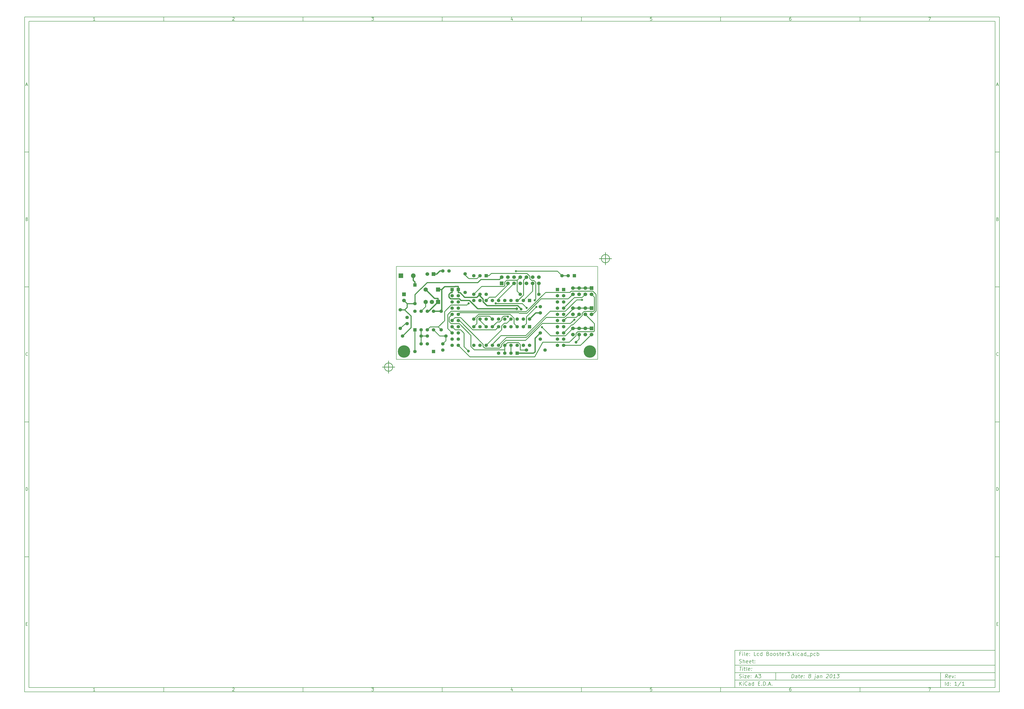
<source format=gbl>
G04 (created by PCBNEW (2012-nov-02)-testing) date Mon 07 Jan 2013 06:01:39 PM PST*
%MOIN*%
G04 Gerber Fmt 3.4, Leading zero omitted, Abs format*
%FSLAX34Y34*%
G01*
G70*
G90*
G04 APERTURE LIST*
%ADD10C,0.006*%
%ADD11C,0.01*%
%ADD12C,0.0059*%
%ADD13R,0.055X0.055*%
%ADD14C,0.055*%
%ADD15R,0.075X0.075*%
%ADD16C,0.075*%
%ADD17R,0.06X0.06*%
%ADD18C,0.06*%
%ADD19C,0.2*%
%ADD20C,0.07*%
%ADD21R,0.07X0.07*%
%ADD22C,0.045*%
%ADD23C,0.035*%
%ADD24C,0.02*%
%ADD25C,0.012*%
%ADD26C,0.015*%
G04 APERTURE END LIST*
G54D10*
X-60000Y55250D02*
X97350Y55250D01*
X97350Y-53680D01*
X-60000Y-53680D01*
X-60000Y55250D01*
X-59300Y54550D02*
X96650Y54550D01*
X96650Y-52980D01*
X-59300Y-52980D01*
X-59300Y54550D01*
X-37530Y55250D02*
X-37530Y54550D01*
X-48617Y54697D02*
X-48902Y54697D01*
X-48760Y54697D02*
X-48760Y55197D01*
X-48807Y55126D01*
X-48855Y55078D01*
X-48902Y55054D01*
X-37530Y-53680D02*
X-37530Y-52980D01*
X-48617Y-53532D02*
X-48902Y-53532D01*
X-48760Y-53532D02*
X-48760Y-53032D01*
X-48807Y-53103D01*
X-48855Y-53151D01*
X-48902Y-53175D01*
X-15060Y55250D02*
X-15060Y54550D01*
X-26432Y55150D02*
X-26409Y55173D01*
X-26361Y55197D01*
X-26242Y55197D01*
X-26194Y55173D01*
X-26170Y55150D01*
X-26147Y55102D01*
X-26147Y55054D01*
X-26170Y54983D01*
X-26456Y54697D01*
X-26147Y54697D01*
X-15060Y-53680D02*
X-15060Y-52980D01*
X-26432Y-53080D02*
X-26409Y-53056D01*
X-26361Y-53032D01*
X-26242Y-53032D01*
X-26194Y-53056D01*
X-26170Y-53080D01*
X-26147Y-53127D01*
X-26147Y-53175D01*
X-26170Y-53246D01*
X-26456Y-53532D01*
X-26147Y-53532D01*
X7410Y55250D02*
X7410Y54550D01*
X-3986Y55197D02*
X-3677Y55197D01*
X-3843Y55007D01*
X-3772Y55007D01*
X-3724Y54983D01*
X-3700Y54959D01*
X-3677Y54911D01*
X-3677Y54792D01*
X-3700Y54745D01*
X-3724Y54721D01*
X-3772Y54697D01*
X-3915Y54697D01*
X-3962Y54721D01*
X-3986Y54745D01*
X7410Y-53680D02*
X7410Y-52980D01*
X-3986Y-53032D02*
X-3677Y-53032D01*
X-3843Y-53222D01*
X-3772Y-53222D01*
X-3724Y-53246D01*
X-3700Y-53270D01*
X-3677Y-53318D01*
X-3677Y-53437D01*
X-3700Y-53484D01*
X-3724Y-53508D01*
X-3772Y-53532D01*
X-3915Y-53532D01*
X-3962Y-53508D01*
X-3986Y-53484D01*
X29880Y55250D02*
X29880Y54550D01*
X18745Y55030D02*
X18745Y54697D01*
X18626Y55221D02*
X18507Y54864D01*
X18816Y54864D01*
X29880Y-53680D02*
X29880Y-52980D01*
X18745Y-53199D02*
X18745Y-53532D01*
X18626Y-53008D02*
X18507Y-53365D01*
X18816Y-53365D01*
X52350Y55250D02*
X52350Y54550D01*
X41239Y55197D02*
X41000Y55197D01*
X40977Y54959D01*
X41000Y54983D01*
X41048Y55007D01*
X41167Y55007D01*
X41215Y54983D01*
X41239Y54959D01*
X41262Y54911D01*
X41262Y54792D01*
X41239Y54745D01*
X41215Y54721D01*
X41167Y54697D01*
X41048Y54697D01*
X41000Y54721D01*
X40977Y54745D01*
X52350Y-53680D02*
X52350Y-52980D01*
X41239Y-53032D02*
X41000Y-53032D01*
X40977Y-53270D01*
X41000Y-53246D01*
X41048Y-53222D01*
X41167Y-53222D01*
X41215Y-53246D01*
X41239Y-53270D01*
X41262Y-53318D01*
X41262Y-53437D01*
X41239Y-53484D01*
X41215Y-53508D01*
X41167Y-53532D01*
X41048Y-53532D01*
X41000Y-53508D01*
X40977Y-53484D01*
X74820Y55250D02*
X74820Y54550D01*
X63685Y55197D02*
X63590Y55197D01*
X63542Y55173D01*
X63518Y55150D01*
X63470Y55078D01*
X63447Y54983D01*
X63447Y54792D01*
X63470Y54745D01*
X63494Y54721D01*
X63542Y54697D01*
X63637Y54697D01*
X63685Y54721D01*
X63709Y54745D01*
X63732Y54792D01*
X63732Y54911D01*
X63709Y54959D01*
X63685Y54983D01*
X63637Y55007D01*
X63542Y55007D01*
X63494Y54983D01*
X63470Y54959D01*
X63447Y54911D01*
X74820Y-53680D02*
X74820Y-52980D01*
X63685Y-53032D02*
X63590Y-53032D01*
X63542Y-53056D01*
X63518Y-53080D01*
X63470Y-53151D01*
X63447Y-53246D01*
X63447Y-53437D01*
X63470Y-53484D01*
X63494Y-53508D01*
X63542Y-53532D01*
X63637Y-53532D01*
X63685Y-53508D01*
X63709Y-53484D01*
X63732Y-53437D01*
X63732Y-53318D01*
X63709Y-53270D01*
X63685Y-53246D01*
X63637Y-53222D01*
X63542Y-53222D01*
X63494Y-53246D01*
X63470Y-53270D01*
X63447Y-53318D01*
X85893Y55197D02*
X86226Y55197D01*
X86012Y54697D01*
X85893Y-53032D02*
X86226Y-53032D01*
X86012Y-53532D01*
X-60000Y33470D02*
X-59300Y33470D01*
X-59769Y44300D02*
X-59530Y44300D01*
X-59816Y44157D02*
X-59649Y44657D01*
X-59483Y44157D01*
X97350Y33470D02*
X96650Y33470D01*
X96880Y44300D02*
X97119Y44300D01*
X96833Y44157D02*
X97000Y44657D01*
X97166Y44157D01*
X-60000Y11690D02*
X-59300Y11690D01*
X-59614Y22639D02*
X-59542Y22615D01*
X-59519Y22591D01*
X-59495Y22544D01*
X-59495Y22472D01*
X-59519Y22425D01*
X-59542Y22401D01*
X-59590Y22377D01*
X-59780Y22377D01*
X-59780Y22877D01*
X-59614Y22877D01*
X-59566Y22853D01*
X-59542Y22830D01*
X-59519Y22782D01*
X-59519Y22734D01*
X-59542Y22687D01*
X-59566Y22663D01*
X-59614Y22639D01*
X-59780Y22639D01*
X97350Y11690D02*
X96650Y11690D01*
X97035Y22639D02*
X97107Y22615D01*
X97130Y22591D01*
X97154Y22544D01*
X97154Y22472D01*
X97130Y22425D01*
X97107Y22401D01*
X97059Y22377D01*
X96869Y22377D01*
X96869Y22877D01*
X97035Y22877D01*
X97083Y22853D01*
X97107Y22830D01*
X97130Y22782D01*
X97130Y22734D01*
X97107Y22687D01*
X97083Y22663D01*
X97035Y22639D01*
X96869Y22639D01*
X-60000Y-10090D02*
X-59300Y-10090D01*
X-59495Y645D02*
X-59519Y621D01*
X-59590Y597D01*
X-59638Y597D01*
X-59709Y621D01*
X-59757Y669D01*
X-59780Y716D01*
X-59804Y811D01*
X-59804Y883D01*
X-59780Y978D01*
X-59757Y1026D01*
X-59709Y1073D01*
X-59638Y1097D01*
X-59590Y1097D01*
X-59519Y1073D01*
X-59495Y1050D01*
X97350Y-10090D02*
X96650Y-10090D01*
X97154Y645D02*
X97130Y621D01*
X97059Y597D01*
X97011Y597D01*
X96940Y621D01*
X96892Y669D01*
X96869Y716D01*
X96845Y811D01*
X96845Y883D01*
X96869Y978D01*
X96892Y1026D01*
X96940Y1073D01*
X97011Y1097D01*
X97059Y1097D01*
X97130Y1073D01*
X97154Y1050D01*
X-60000Y-31870D02*
X-59300Y-31870D01*
X-59780Y-21182D02*
X-59780Y-20682D01*
X-59661Y-20682D01*
X-59590Y-20706D01*
X-59542Y-20753D01*
X-59519Y-20801D01*
X-59495Y-20896D01*
X-59495Y-20968D01*
X-59519Y-21063D01*
X-59542Y-21110D01*
X-59590Y-21158D01*
X-59661Y-21182D01*
X-59780Y-21182D01*
X97350Y-31870D02*
X96650Y-31870D01*
X96869Y-21182D02*
X96869Y-20682D01*
X96988Y-20682D01*
X97059Y-20706D01*
X97107Y-20753D01*
X97130Y-20801D01*
X97154Y-20896D01*
X97154Y-20968D01*
X97130Y-21063D01*
X97107Y-21110D01*
X97059Y-21158D01*
X96988Y-21182D01*
X96869Y-21182D01*
X-59757Y-42700D02*
X-59590Y-42700D01*
X-59519Y-42962D02*
X-59757Y-42962D01*
X-59757Y-42462D01*
X-59519Y-42462D01*
X96892Y-42700D02*
X97059Y-42700D01*
X97130Y-42962D02*
X96892Y-42962D01*
X96892Y-42462D01*
X97130Y-42462D01*
X63800Y-51422D02*
X63875Y-50822D01*
X64017Y-50822D01*
X64100Y-50851D01*
X64150Y-50908D01*
X64171Y-50965D01*
X64185Y-51080D01*
X64175Y-51165D01*
X64132Y-51280D01*
X64096Y-51337D01*
X64032Y-51394D01*
X63942Y-51422D01*
X63800Y-51422D01*
X64657Y-51422D02*
X64696Y-51108D01*
X64675Y-51051D01*
X64621Y-51022D01*
X64507Y-51022D01*
X64446Y-51051D01*
X64660Y-51394D02*
X64600Y-51422D01*
X64457Y-51422D01*
X64403Y-51394D01*
X64382Y-51337D01*
X64389Y-51280D01*
X64425Y-51222D01*
X64485Y-51194D01*
X64628Y-51194D01*
X64689Y-51165D01*
X64907Y-51022D02*
X65135Y-51022D01*
X65017Y-50822D02*
X64953Y-51337D01*
X64975Y-51394D01*
X65028Y-51422D01*
X65085Y-51422D01*
X65517Y-51394D02*
X65457Y-51422D01*
X65342Y-51422D01*
X65289Y-51394D01*
X65267Y-51337D01*
X65296Y-51108D01*
X65332Y-51051D01*
X65392Y-51022D01*
X65507Y-51022D01*
X65560Y-51051D01*
X65582Y-51108D01*
X65575Y-51165D01*
X65282Y-51222D01*
X65807Y-51365D02*
X65832Y-51394D01*
X65800Y-51422D01*
X65775Y-51394D01*
X65807Y-51365D01*
X65800Y-51422D01*
X65846Y-51051D02*
X65871Y-51080D01*
X65839Y-51108D01*
X65814Y-51080D01*
X65846Y-51051D01*
X65839Y-51108D01*
X66671Y-51080D02*
X66617Y-51051D01*
X66592Y-51022D01*
X66571Y-50965D01*
X66575Y-50937D01*
X66610Y-50880D01*
X66642Y-50851D01*
X66703Y-50822D01*
X66817Y-50822D01*
X66871Y-50851D01*
X66896Y-50880D01*
X66917Y-50937D01*
X66914Y-50965D01*
X66878Y-51022D01*
X66846Y-51051D01*
X66785Y-51080D01*
X66671Y-51080D01*
X66610Y-51108D01*
X66578Y-51137D01*
X66542Y-51194D01*
X66528Y-51308D01*
X66550Y-51365D01*
X66575Y-51394D01*
X66628Y-51422D01*
X66742Y-51422D01*
X66803Y-51394D01*
X66835Y-51365D01*
X66871Y-51308D01*
X66885Y-51194D01*
X66864Y-51137D01*
X66839Y-51108D01*
X66785Y-51080D01*
X67621Y-51022D02*
X67557Y-51537D01*
X67521Y-51594D01*
X67460Y-51622D01*
X67432Y-51622D01*
X67646Y-50822D02*
X67614Y-50851D01*
X67639Y-50880D01*
X67671Y-50851D01*
X67646Y-50822D01*
X67639Y-50880D01*
X68114Y-51422D02*
X68153Y-51108D01*
X68132Y-51051D01*
X68078Y-51022D01*
X67964Y-51022D01*
X67903Y-51051D01*
X68117Y-51394D02*
X68057Y-51422D01*
X67914Y-51422D01*
X67860Y-51394D01*
X67839Y-51337D01*
X67846Y-51280D01*
X67882Y-51222D01*
X67942Y-51194D01*
X68085Y-51194D01*
X68146Y-51165D01*
X68450Y-51022D02*
X68400Y-51422D01*
X68442Y-51080D02*
X68475Y-51051D01*
X68535Y-51022D01*
X68621Y-51022D01*
X68675Y-51051D01*
X68696Y-51108D01*
X68657Y-51422D01*
X69439Y-50880D02*
X69471Y-50851D01*
X69532Y-50822D01*
X69675Y-50822D01*
X69728Y-50851D01*
X69753Y-50880D01*
X69775Y-50937D01*
X69767Y-50994D01*
X69728Y-51080D01*
X69342Y-51422D01*
X69714Y-51422D01*
X70160Y-50822D02*
X70217Y-50822D01*
X70271Y-50851D01*
X70296Y-50880D01*
X70317Y-50937D01*
X70332Y-51051D01*
X70314Y-51194D01*
X70271Y-51308D01*
X70235Y-51365D01*
X70203Y-51394D01*
X70142Y-51422D01*
X70085Y-51422D01*
X70032Y-51394D01*
X70007Y-51365D01*
X69985Y-51308D01*
X69971Y-51194D01*
X69989Y-51051D01*
X70032Y-50937D01*
X70067Y-50880D01*
X70100Y-50851D01*
X70160Y-50822D01*
X70857Y-51422D02*
X70514Y-51422D01*
X70685Y-51422D02*
X70760Y-50822D01*
X70692Y-50908D01*
X70628Y-50965D01*
X70567Y-50994D01*
X71132Y-50822D02*
X71503Y-50822D01*
X71275Y-51051D01*
X71360Y-51051D01*
X71414Y-51080D01*
X71439Y-51108D01*
X71460Y-51165D01*
X71442Y-51308D01*
X71407Y-51365D01*
X71375Y-51394D01*
X71314Y-51422D01*
X71142Y-51422D01*
X71089Y-51394D01*
X71064Y-51365D01*
X55392Y-52622D02*
X55392Y-52022D01*
X55735Y-52622D02*
X55478Y-52280D01*
X55735Y-52022D02*
X55392Y-52365D01*
X55992Y-52622D02*
X55992Y-52222D01*
X55992Y-52022D02*
X55964Y-52051D01*
X55992Y-52080D01*
X56021Y-52051D01*
X55992Y-52022D01*
X55992Y-52080D01*
X56621Y-52565D02*
X56592Y-52594D01*
X56507Y-52622D01*
X56450Y-52622D01*
X56364Y-52594D01*
X56307Y-52537D01*
X56278Y-52480D01*
X56250Y-52365D01*
X56250Y-52280D01*
X56278Y-52165D01*
X56307Y-52108D01*
X56364Y-52051D01*
X56450Y-52022D01*
X56507Y-52022D01*
X56592Y-52051D01*
X56621Y-52080D01*
X57135Y-52622D02*
X57135Y-52308D01*
X57107Y-52251D01*
X57050Y-52222D01*
X56935Y-52222D01*
X56878Y-52251D01*
X57135Y-52594D02*
X57078Y-52622D01*
X56935Y-52622D01*
X56878Y-52594D01*
X56850Y-52537D01*
X56850Y-52480D01*
X56878Y-52422D01*
X56935Y-52394D01*
X57078Y-52394D01*
X57135Y-52365D01*
X57678Y-52622D02*
X57678Y-52022D01*
X57678Y-52594D02*
X57621Y-52622D01*
X57507Y-52622D01*
X57450Y-52594D01*
X57421Y-52565D01*
X57392Y-52508D01*
X57392Y-52337D01*
X57421Y-52280D01*
X57450Y-52251D01*
X57507Y-52222D01*
X57621Y-52222D01*
X57678Y-52251D01*
X58421Y-52308D02*
X58621Y-52308D01*
X58707Y-52622D02*
X58421Y-52622D01*
X58421Y-52022D01*
X58707Y-52022D01*
X58964Y-52565D02*
X58992Y-52594D01*
X58964Y-52622D01*
X58935Y-52594D01*
X58964Y-52565D01*
X58964Y-52622D01*
X59249Y-52622D02*
X59249Y-52022D01*
X59392Y-52022D01*
X59478Y-52051D01*
X59535Y-52108D01*
X59564Y-52165D01*
X59592Y-52280D01*
X59592Y-52365D01*
X59564Y-52480D01*
X59535Y-52537D01*
X59478Y-52594D01*
X59392Y-52622D01*
X59249Y-52622D01*
X59849Y-52565D02*
X59878Y-52594D01*
X59849Y-52622D01*
X59821Y-52594D01*
X59849Y-52565D01*
X59849Y-52622D01*
X60107Y-52451D02*
X60392Y-52451D01*
X60049Y-52622D02*
X60249Y-52022D01*
X60449Y-52622D01*
X60649Y-52565D02*
X60678Y-52594D01*
X60649Y-52622D01*
X60621Y-52594D01*
X60649Y-52565D01*
X60649Y-52622D01*
X88942Y-51422D02*
X88778Y-51137D01*
X88600Y-51422D02*
X88675Y-50822D01*
X88903Y-50822D01*
X88957Y-50851D01*
X88982Y-50880D01*
X89003Y-50937D01*
X88992Y-51022D01*
X88957Y-51080D01*
X88925Y-51108D01*
X88864Y-51137D01*
X88635Y-51137D01*
X89432Y-51394D02*
X89371Y-51422D01*
X89257Y-51422D01*
X89203Y-51394D01*
X89182Y-51337D01*
X89210Y-51108D01*
X89246Y-51051D01*
X89307Y-51022D01*
X89421Y-51022D01*
X89475Y-51051D01*
X89496Y-51108D01*
X89489Y-51165D01*
X89196Y-51222D01*
X89707Y-51022D02*
X89800Y-51422D01*
X89992Y-51022D01*
X90178Y-51365D02*
X90203Y-51394D01*
X90171Y-51422D01*
X90146Y-51394D01*
X90178Y-51365D01*
X90171Y-51422D01*
X90217Y-51051D02*
X90242Y-51080D01*
X90210Y-51108D01*
X90185Y-51080D01*
X90217Y-51051D01*
X90210Y-51108D01*
X55364Y-51394D02*
X55450Y-51422D01*
X55592Y-51422D01*
X55650Y-51394D01*
X55678Y-51365D01*
X55707Y-51308D01*
X55707Y-51251D01*
X55678Y-51194D01*
X55650Y-51165D01*
X55592Y-51137D01*
X55478Y-51108D01*
X55421Y-51080D01*
X55392Y-51051D01*
X55364Y-50994D01*
X55364Y-50937D01*
X55392Y-50880D01*
X55421Y-50851D01*
X55478Y-50822D01*
X55621Y-50822D01*
X55707Y-50851D01*
X55964Y-51422D02*
X55964Y-51022D01*
X55964Y-50822D02*
X55935Y-50851D01*
X55964Y-50880D01*
X55992Y-50851D01*
X55964Y-50822D01*
X55964Y-50880D01*
X56192Y-51022D02*
X56507Y-51022D01*
X56192Y-51422D01*
X56507Y-51422D01*
X56964Y-51394D02*
X56907Y-51422D01*
X56792Y-51422D01*
X56735Y-51394D01*
X56707Y-51337D01*
X56707Y-51108D01*
X56735Y-51051D01*
X56792Y-51022D01*
X56907Y-51022D01*
X56964Y-51051D01*
X56992Y-51108D01*
X56992Y-51165D01*
X56707Y-51222D01*
X57250Y-51365D02*
X57278Y-51394D01*
X57250Y-51422D01*
X57221Y-51394D01*
X57250Y-51365D01*
X57250Y-51422D01*
X57250Y-51051D02*
X57278Y-51080D01*
X57250Y-51108D01*
X57221Y-51080D01*
X57250Y-51051D01*
X57250Y-51108D01*
X57964Y-51251D02*
X58250Y-51251D01*
X57907Y-51422D02*
X58107Y-50822D01*
X58307Y-51422D01*
X58450Y-50822D02*
X58821Y-50822D01*
X58621Y-51051D01*
X58707Y-51051D01*
X58764Y-51080D01*
X58792Y-51108D01*
X58821Y-51165D01*
X58821Y-51308D01*
X58792Y-51365D01*
X58764Y-51394D01*
X58707Y-51422D01*
X58535Y-51422D01*
X58478Y-51394D01*
X58450Y-51365D01*
X88592Y-52622D02*
X88592Y-52022D01*
X89135Y-52622D02*
X89135Y-52022D01*
X89135Y-52594D02*
X89078Y-52622D01*
X88964Y-52622D01*
X88907Y-52594D01*
X88878Y-52565D01*
X88850Y-52508D01*
X88850Y-52337D01*
X88878Y-52280D01*
X88907Y-52251D01*
X88964Y-52222D01*
X89078Y-52222D01*
X89135Y-52251D01*
X89421Y-52565D02*
X89450Y-52594D01*
X89421Y-52622D01*
X89392Y-52594D01*
X89421Y-52565D01*
X89421Y-52622D01*
X89421Y-52251D02*
X89450Y-52280D01*
X89421Y-52308D01*
X89392Y-52280D01*
X89421Y-52251D01*
X89421Y-52308D01*
X90478Y-52622D02*
X90135Y-52622D01*
X90307Y-52622D02*
X90307Y-52022D01*
X90249Y-52108D01*
X90192Y-52165D01*
X90135Y-52194D01*
X91164Y-51994D02*
X90650Y-52765D01*
X91678Y-52622D02*
X91335Y-52622D01*
X91507Y-52622D02*
X91507Y-52022D01*
X91449Y-52108D01*
X91392Y-52165D01*
X91335Y-52194D01*
X55389Y-49622D02*
X55732Y-49622D01*
X55485Y-50222D02*
X55560Y-49622D01*
X55857Y-50222D02*
X55907Y-49822D01*
X55932Y-49622D02*
X55900Y-49651D01*
X55925Y-49680D01*
X55957Y-49651D01*
X55932Y-49622D01*
X55925Y-49680D01*
X56107Y-49822D02*
X56335Y-49822D01*
X56217Y-49622D02*
X56153Y-50137D01*
X56175Y-50194D01*
X56228Y-50222D01*
X56285Y-50222D01*
X56571Y-50222D02*
X56517Y-50194D01*
X56496Y-50137D01*
X56560Y-49622D01*
X57032Y-50194D02*
X56971Y-50222D01*
X56857Y-50222D01*
X56803Y-50194D01*
X56782Y-50137D01*
X56810Y-49908D01*
X56846Y-49851D01*
X56907Y-49822D01*
X57021Y-49822D01*
X57075Y-49851D01*
X57096Y-49908D01*
X57089Y-49965D01*
X56796Y-50022D01*
X57321Y-50165D02*
X57346Y-50194D01*
X57314Y-50222D01*
X57289Y-50194D01*
X57321Y-50165D01*
X57314Y-50222D01*
X57360Y-49851D02*
X57385Y-49880D01*
X57353Y-49908D01*
X57328Y-49880D01*
X57360Y-49851D01*
X57353Y-49908D01*
X55592Y-47508D02*
X55392Y-47508D01*
X55392Y-47822D02*
X55392Y-47222D01*
X55678Y-47222D01*
X55907Y-47822D02*
X55907Y-47422D01*
X55907Y-47222D02*
X55878Y-47251D01*
X55907Y-47280D01*
X55935Y-47251D01*
X55907Y-47222D01*
X55907Y-47280D01*
X56278Y-47822D02*
X56221Y-47794D01*
X56192Y-47737D01*
X56192Y-47222D01*
X56735Y-47794D02*
X56678Y-47822D01*
X56564Y-47822D01*
X56507Y-47794D01*
X56478Y-47737D01*
X56478Y-47508D01*
X56507Y-47451D01*
X56564Y-47422D01*
X56678Y-47422D01*
X56735Y-47451D01*
X56764Y-47508D01*
X56764Y-47565D01*
X56478Y-47622D01*
X57021Y-47765D02*
X57050Y-47794D01*
X57021Y-47822D01*
X56992Y-47794D01*
X57021Y-47765D01*
X57021Y-47822D01*
X57021Y-47451D02*
X57050Y-47480D01*
X57021Y-47508D01*
X56992Y-47480D01*
X57021Y-47451D01*
X57021Y-47508D01*
X58050Y-47822D02*
X57764Y-47822D01*
X57764Y-47222D01*
X58507Y-47794D02*
X58450Y-47822D01*
X58335Y-47822D01*
X58278Y-47794D01*
X58250Y-47765D01*
X58221Y-47708D01*
X58221Y-47537D01*
X58250Y-47480D01*
X58278Y-47451D01*
X58335Y-47422D01*
X58450Y-47422D01*
X58507Y-47451D01*
X59021Y-47822D02*
X59021Y-47222D01*
X59021Y-47794D02*
X58964Y-47822D01*
X58850Y-47822D01*
X58792Y-47794D01*
X58764Y-47765D01*
X58735Y-47708D01*
X58735Y-47537D01*
X58764Y-47480D01*
X58792Y-47451D01*
X58850Y-47422D01*
X58964Y-47422D01*
X59021Y-47451D01*
X59964Y-47508D02*
X60050Y-47537D01*
X60078Y-47565D01*
X60107Y-47622D01*
X60107Y-47708D01*
X60078Y-47765D01*
X60050Y-47794D01*
X59992Y-47822D01*
X59764Y-47822D01*
X59764Y-47222D01*
X59964Y-47222D01*
X60021Y-47251D01*
X60050Y-47280D01*
X60078Y-47337D01*
X60078Y-47394D01*
X60050Y-47451D01*
X60021Y-47480D01*
X59964Y-47508D01*
X59764Y-47508D01*
X60450Y-47822D02*
X60392Y-47794D01*
X60364Y-47765D01*
X60335Y-47708D01*
X60335Y-47537D01*
X60364Y-47480D01*
X60392Y-47451D01*
X60450Y-47422D01*
X60535Y-47422D01*
X60592Y-47451D01*
X60621Y-47480D01*
X60650Y-47537D01*
X60650Y-47708D01*
X60621Y-47765D01*
X60592Y-47794D01*
X60535Y-47822D01*
X60450Y-47822D01*
X60992Y-47822D02*
X60935Y-47794D01*
X60907Y-47765D01*
X60878Y-47708D01*
X60878Y-47537D01*
X60907Y-47480D01*
X60935Y-47451D01*
X60992Y-47422D01*
X61078Y-47422D01*
X61135Y-47451D01*
X61164Y-47480D01*
X61192Y-47537D01*
X61192Y-47708D01*
X61164Y-47765D01*
X61135Y-47794D01*
X61078Y-47822D01*
X60992Y-47822D01*
X61421Y-47794D02*
X61478Y-47822D01*
X61592Y-47822D01*
X61650Y-47794D01*
X61678Y-47737D01*
X61678Y-47708D01*
X61650Y-47651D01*
X61592Y-47622D01*
X61507Y-47622D01*
X61450Y-47594D01*
X61421Y-47537D01*
X61421Y-47508D01*
X61450Y-47451D01*
X61507Y-47422D01*
X61592Y-47422D01*
X61650Y-47451D01*
X61850Y-47422D02*
X62078Y-47422D01*
X61935Y-47222D02*
X61935Y-47737D01*
X61964Y-47794D01*
X62021Y-47822D01*
X62078Y-47822D01*
X62507Y-47794D02*
X62450Y-47822D01*
X62335Y-47822D01*
X62278Y-47794D01*
X62250Y-47737D01*
X62250Y-47508D01*
X62278Y-47451D01*
X62335Y-47422D01*
X62450Y-47422D01*
X62507Y-47451D01*
X62535Y-47508D01*
X62535Y-47565D01*
X62250Y-47622D01*
X62792Y-47822D02*
X62792Y-47422D01*
X62792Y-47537D02*
X62821Y-47480D01*
X62850Y-47451D01*
X62907Y-47422D01*
X62964Y-47422D01*
X63107Y-47222D02*
X63478Y-47222D01*
X63278Y-47451D01*
X63364Y-47451D01*
X63421Y-47480D01*
X63450Y-47508D01*
X63478Y-47565D01*
X63478Y-47708D01*
X63450Y-47765D01*
X63421Y-47794D01*
X63364Y-47822D01*
X63192Y-47822D01*
X63135Y-47794D01*
X63107Y-47765D01*
X63735Y-47765D02*
X63764Y-47794D01*
X63735Y-47822D01*
X63707Y-47794D01*
X63735Y-47765D01*
X63735Y-47822D01*
X64021Y-47822D02*
X64021Y-47222D01*
X64078Y-47594D02*
X64250Y-47822D01*
X64250Y-47422D02*
X64021Y-47651D01*
X64507Y-47822D02*
X64507Y-47422D01*
X64507Y-47222D02*
X64478Y-47251D01*
X64507Y-47280D01*
X64535Y-47251D01*
X64507Y-47222D01*
X64507Y-47280D01*
X65050Y-47794D02*
X64992Y-47822D01*
X64878Y-47822D01*
X64821Y-47794D01*
X64792Y-47765D01*
X64764Y-47708D01*
X64764Y-47537D01*
X64792Y-47480D01*
X64821Y-47451D01*
X64878Y-47422D01*
X64992Y-47422D01*
X65050Y-47451D01*
X65564Y-47822D02*
X65564Y-47508D01*
X65535Y-47451D01*
X65478Y-47422D01*
X65364Y-47422D01*
X65307Y-47451D01*
X65564Y-47794D02*
X65507Y-47822D01*
X65364Y-47822D01*
X65307Y-47794D01*
X65278Y-47737D01*
X65278Y-47680D01*
X65307Y-47622D01*
X65364Y-47594D01*
X65507Y-47594D01*
X65564Y-47565D01*
X66107Y-47822D02*
X66107Y-47222D01*
X66107Y-47794D02*
X66050Y-47822D01*
X65935Y-47822D01*
X65878Y-47794D01*
X65850Y-47765D01*
X65821Y-47708D01*
X65821Y-47537D01*
X65850Y-47480D01*
X65878Y-47451D01*
X65935Y-47422D01*
X66050Y-47422D01*
X66107Y-47451D01*
X66250Y-47880D02*
X66707Y-47880D01*
X66850Y-47422D02*
X66850Y-48022D01*
X66850Y-47451D02*
X66907Y-47422D01*
X67021Y-47422D01*
X67078Y-47451D01*
X67107Y-47480D01*
X67135Y-47537D01*
X67135Y-47708D01*
X67107Y-47765D01*
X67078Y-47794D01*
X67021Y-47822D01*
X66907Y-47822D01*
X66850Y-47794D01*
X67650Y-47794D02*
X67592Y-47822D01*
X67478Y-47822D01*
X67421Y-47794D01*
X67392Y-47765D01*
X67364Y-47708D01*
X67364Y-47537D01*
X67392Y-47480D01*
X67421Y-47451D01*
X67478Y-47422D01*
X67592Y-47422D01*
X67650Y-47451D01*
X67907Y-47822D02*
X67907Y-47222D01*
X67907Y-47451D02*
X67964Y-47422D01*
X68078Y-47422D01*
X68135Y-47451D01*
X68164Y-47480D01*
X68192Y-47537D01*
X68192Y-47708D01*
X68164Y-47765D01*
X68135Y-47794D01*
X68078Y-47822D01*
X67964Y-47822D01*
X67907Y-47794D01*
X55364Y-48994D02*
X55450Y-49022D01*
X55592Y-49022D01*
X55650Y-48994D01*
X55678Y-48965D01*
X55707Y-48908D01*
X55707Y-48851D01*
X55678Y-48794D01*
X55650Y-48765D01*
X55592Y-48737D01*
X55478Y-48708D01*
X55421Y-48680D01*
X55392Y-48651D01*
X55364Y-48594D01*
X55364Y-48537D01*
X55392Y-48480D01*
X55421Y-48451D01*
X55478Y-48422D01*
X55621Y-48422D01*
X55707Y-48451D01*
X55964Y-49022D02*
X55964Y-48422D01*
X56221Y-49022D02*
X56221Y-48708D01*
X56192Y-48651D01*
X56135Y-48622D01*
X56050Y-48622D01*
X55992Y-48651D01*
X55964Y-48680D01*
X56735Y-48994D02*
X56678Y-49022D01*
X56564Y-49022D01*
X56507Y-48994D01*
X56478Y-48937D01*
X56478Y-48708D01*
X56507Y-48651D01*
X56564Y-48622D01*
X56678Y-48622D01*
X56735Y-48651D01*
X56764Y-48708D01*
X56764Y-48765D01*
X56478Y-48822D01*
X57250Y-48994D02*
X57192Y-49022D01*
X57078Y-49022D01*
X57021Y-48994D01*
X56992Y-48937D01*
X56992Y-48708D01*
X57021Y-48651D01*
X57078Y-48622D01*
X57192Y-48622D01*
X57250Y-48651D01*
X57278Y-48708D01*
X57278Y-48765D01*
X56992Y-48822D01*
X57450Y-48622D02*
X57678Y-48622D01*
X57535Y-48422D02*
X57535Y-48937D01*
X57564Y-48994D01*
X57621Y-49022D01*
X57678Y-49022D01*
X57878Y-48965D02*
X57907Y-48994D01*
X57878Y-49022D01*
X57850Y-48994D01*
X57878Y-48965D01*
X57878Y-49022D01*
X57878Y-48651D02*
X57907Y-48680D01*
X57878Y-48708D01*
X57850Y-48680D01*
X57878Y-48651D01*
X57878Y-48708D01*
X54650Y-46980D02*
X54650Y-52980D01*
X54650Y-46980D02*
X96650Y-46980D01*
X54650Y-46980D02*
X96650Y-46980D01*
X54650Y-49380D02*
X96650Y-49380D01*
X87850Y-50580D02*
X87850Y-52980D01*
X54650Y-51780D02*
X96650Y-51780D01*
X54650Y-50580D02*
X96650Y-50580D01*
X61250Y-50580D02*
X61250Y-51780D01*
G54D11*
X34416Y16250D02*
G75*
G03X34416Y16250I-666J0D01*
G74*
G01*
X32750Y16250D02*
X34750Y16250D01*
X33750Y17250D02*
X33750Y15250D01*
X-583Y-1250D02*
G75*
G03X-583Y-1250I-666J0D01*
G74*
G01*
X-2250Y-1250D02*
X-250Y-1250D01*
X-1250Y-250D02*
X-1250Y-2250D01*
G54D12*
X32500Y0D02*
X0Y0D01*
X0Y0D02*
X0Y15000D01*
X32500Y15000D02*
X32500Y0D01*
X0Y15000D02*
X32500Y15000D01*
G54D13*
X27000Y11250D03*
G54D14*
X27000Y10250D03*
X27000Y9250D03*
X27000Y8250D03*
X27000Y7250D03*
X27000Y6250D03*
X27000Y5250D03*
X27000Y4250D03*
X27000Y3250D03*
X27000Y2250D03*
G54D13*
X26000Y11250D03*
G54D14*
X26000Y10250D03*
X26000Y9250D03*
X26000Y8250D03*
X26000Y7250D03*
X26000Y6250D03*
X26000Y5250D03*
X26000Y4250D03*
X26000Y3250D03*
X26000Y2250D03*
G54D13*
X10000Y11250D03*
G54D14*
X10000Y10250D03*
X10000Y9250D03*
X10000Y8250D03*
X10000Y7250D03*
X10000Y6250D03*
X10000Y5250D03*
X10000Y4250D03*
X10000Y3250D03*
X10000Y2250D03*
G54D13*
X9000Y11250D03*
G54D14*
X9000Y10250D03*
X9000Y9250D03*
X9000Y8250D03*
X9000Y7250D03*
X9000Y6250D03*
X9000Y5250D03*
X9000Y4250D03*
X9000Y3250D03*
X9000Y2250D03*
G54D13*
X28750Y13500D03*
G54D14*
X27750Y13500D03*
X26750Y13500D03*
G54D15*
X750Y13500D03*
G54D16*
X2750Y13500D03*
G54D13*
X3000Y4750D03*
G54D14*
X4000Y4750D03*
X5000Y4750D03*
X6000Y4750D03*
X6000Y7750D03*
X5000Y7750D03*
X4000Y7750D03*
X3000Y7750D03*
G54D13*
X21500Y5250D03*
G54D14*
X20500Y5250D03*
X19500Y5250D03*
X18500Y5250D03*
X17500Y5250D03*
X16500Y5250D03*
X15500Y5250D03*
X14500Y5250D03*
X13500Y5250D03*
X12500Y5250D03*
X12500Y2250D03*
X13500Y2250D03*
X14500Y2250D03*
X15500Y2250D03*
X16500Y2250D03*
X17500Y2250D03*
X18500Y2250D03*
X19500Y2250D03*
X20500Y2250D03*
X21500Y2250D03*
G54D13*
X21500Y9500D03*
G54D14*
X20500Y9500D03*
X19500Y9500D03*
X18500Y9500D03*
X17500Y9500D03*
X16500Y9500D03*
X15500Y9500D03*
X14500Y9500D03*
X13500Y9500D03*
X12500Y9500D03*
X12500Y6500D03*
X13500Y6500D03*
X14500Y6500D03*
X15500Y6500D03*
X16500Y6500D03*
X17500Y6500D03*
X18500Y6500D03*
X19500Y6500D03*
X20500Y6500D03*
X21500Y6500D03*
G54D13*
X3000Y12000D03*
G54D14*
X3000Y9000D03*
G54D13*
X14500Y13500D03*
G54D14*
X13500Y13500D03*
X12500Y13500D03*
X12500Y10500D03*
X13500Y10500D03*
X14500Y10500D03*
G54D17*
X1250Y10500D03*
G54D18*
X1250Y9500D03*
G54D14*
X4000Y2500D03*
X5000Y2500D03*
G54D13*
X6000Y1250D03*
G54D14*
X3000Y1250D03*
X1750Y6750D03*
X1750Y5750D03*
G54D19*
X31250Y1250D03*
G54D20*
X4750Y11250D03*
G54D21*
X6750Y11250D03*
G54D14*
X7500Y2500D03*
X7500Y1500D03*
X7500Y14250D03*
X8500Y14250D03*
X23250Y3250D03*
X23250Y4250D03*
X23250Y7500D03*
X23250Y8500D03*
G54D19*
X1250Y1250D03*
G54D17*
X17000Y12250D03*
G54D18*
X17000Y13250D03*
X18000Y12250D03*
X18000Y13250D03*
X19000Y12250D03*
X19000Y13250D03*
X20000Y12250D03*
X20000Y13250D03*
X21000Y12250D03*
X21000Y13250D03*
X22000Y12250D03*
X22000Y13250D03*
X23000Y12250D03*
X23000Y13250D03*
G54D17*
X6000Y13750D03*
G54D18*
X5000Y13750D03*
G54D17*
X31500Y8250D03*
G54D18*
X31500Y7250D03*
X30500Y8250D03*
X30500Y7250D03*
X29500Y8250D03*
X29500Y7250D03*
X28500Y8250D03*
X28500Y7250D03*
G54D17*
X31500Y11500D03*
G54D18*
X31500Y10500D03*
X30500Y11500D03*
X30500Y10500D03*
X29500Y11500D03*
X29500Y10500D03*
X28500Y11500D03*
X28500Y10500D03*
G54D17*
X31500Y5000D03*
G54D18*
X31500Y4000D03*
X30500Y5000D03*
X30500Y4000D03*
X29500Y5000D03*
X29500Y4000D03*
X28500Y5000D03*
X28500Y4000D03*
G54D14*
X650Y8000D03*
X650Y5000D03*
X20000Y10500D03*
X23000Y10500D03*
X21000Y1500D03*
X24000Y1500D03*
X11100Y13800D03*
X11100Y10800D03*
X1000Y3750D03*
X4000Y3750D03*
X8000Y3750D03*
X5000Y3750D03*
X7250Y4750D03*
X7250Y7750D03*
G54D13*
X19500Y1000D03*
G54D14*
X18500Y1000D03*
X17500Y1000D03*
X16500Y1000D03*
G54D20*
X4750Y9250D03*
X5750Y9250D03*
G54D21*
X6750Y9250D03*
G54D22*
X19437Y8174D03*
X20151Y8096D03*
G54D23*
X22328Y9545D03*
X22587Y8449D03*
X23504Y5196D03*
X18000Y6911D03*
X29980Y9609D03*
X11683Y9044D03*
G54D22*
X11626Y1340D03*
X29000Y2750D03*
G54D23*
X21050Y8286D03*
X16018Y9045D03*
X28724Y6407D03*
X19299Y14237D03*
G54D24*
X22150Y1000D02*
X19500Y1000D01*
X22405Y1205D02*
X22150Y1000D01*
X22405Y3405D02*
X22405Y1205D01*
X23250Y4250D02*
X22405Y3405D01*
X9000Y11250D02*
X9000Y10754D01*
X13124Y8174D02*
X19437Y8174D01*
X11789Y9509D02*
X13124Y8174D01*
X10440Y9509D02*
X11789Y9509D01*
X10200Y9750D02*
X10440Y9509D01*
X8776Y9750D02*
X10200Y9750D01*
X8504Y10021D02*
X8776Y9750D01*
X8504Y10476D02*
X8504Y10021D01*
X8783Y10754D02*
X8504Y10476D01*
X9000Y10754D02*
X8783Y10754D01*
X6750Y11250D02*
X7320Y11250D01*
X7020Y14250D02*
X6520Y13750D01*
X7500Y14250D02*
X7020Y14250D01*
X6000Y13750D02*
X6520Y13750D01*
X10000Y11250D02*
X10000Y11750D01*
X9550Y11750D02*
X10000Y11750D01*
X9381Y11745D02*
X9550Y11750D01*
X7815Y11745D02*
X9381Y11745D01*
X7320Y11250D02*
X7815Y11745D01*
X10000Y11250D02*
X10000Y10754D01*
X22500Y7500D02*
X23250Y7500D01*
X21500Y6500D02*
X22500Y7500D01*
X7320Y7820D02*
X7250Y7750D01*
X7320Y11250D02*
X7320Y7820D01*
X7250Y7750D02*
X6000Y7750D01*
X13004Y10004D02*
X13368Y10368D01*
X11042Y10004D02*
X13004Y10004D01*
X10292Y10754D02*
X11042Y10004D01*
X10000Y10754D02*
X10292Y10754D01*
X13368Y10368D02*
X13500Y10500D01*
X19598Y8649D02*
X20151Y8096D01*
X14646Y8649D02*
X19598Y8649D01*
X14000Y9295D02*
X14646Y8649D01*
X14000Y9736D02*
X14000Y9295D01*
X13368Y10368D02*
X14000Y9736D01*
G54D25*
X20000Y13250D02*
X19500Y12750D01*
X19500Y11000D02*
X20000Y10500D01*
X19500Y12750D02*
X19500Y11000D01*
X13761Y11761D02*
X12500Y10500D01*
X17383Y11761D02*
X13761Y11761D01*
X17504Y11881D02*
X17383Y11761D01*
X17504Y12458D02*
X17504Y11881D01*
X17795Y12750D02*
X17504Y12458D01*
X19500Y12750D02*
X17795Y12750D01*
X9468Y6718D02*
X9000Y6250D01*
X10385Y6718D02*
X9468Y6718D01*
X12325Y4778D02*
X10385Y6718D01*
X16028Y4778D02*
X12325Y4778D01*
X16500Y5250D02*
X16028Y4778D01*
X20519Y12769D02*
X21000Y13250D01*
X20519Y10373D02*
X20519Y12769D01*
X19646Y9500D02*
X20519Y10373D01*
X19500Y9500D02*
X19646Y9500D01*
X13500Y6250D02*
X14500Y5250D01*
X13500Y6500D02*
X13500Y6250D01*
X15044Y10044D02*
X14500Y9500D01*
X16007Y10044D02*
X15044Y10044D01*
X18000Y12036D02*
X16007Y10044D01*
X18000Y12250D02*
X18000Y12036D01*
X13000Y5750D02*
X12500Y5250D01*
X13000Y6660D02*
X13000Y5750D01*
X13313Y6973D02*
X13000Y6660D01*
X15026Y6973D02*
X13313Y6973D01*
X15500Y6500D02*
X15026Y6973D01*
X16500Y9750D02*
X16500Y9500D01*
X19000Y12250D02*
X16500Y9750D01*
X22000Y11000D02*
X20500Y9500D01*
X22000Y12250D02*
X22000Y11000D01*
X14500Y13500D02*
X14955Y13500D01*
X21000Y6861D02*
X22587Y8449D01*
X21000Y5750D02*
X21000Y6861D01*
X20500Y5250D02*
X21000Y5750D01*
X15333Y13878D02*
X14955Y13500D01*
X21083Y13878D02*
X15333Y13878D01*
X21519Y13441D02*
X21083Y13878D01*
X21519Y13047D02*
X21519Y13441D01*
X21836Y12730D02*
X21519Y13047D01*
X22202Y12730D02*
X21836Y12730D01*
X22485Y12447D02*
X22202Y12730D01*
X22485Y9702D02*
X22485Y12447D01*
X22328Y9545D02*
X22485Y9702D01*
X17000Y4750D02*
X14500Y2250D01*
X17000Y5406D02*
X17000Y4750D01*
X17423Y5830D02*
X17000Y5406D01*
X17830Y5830D02*
X17423Y5830D01*
X18500Y6500D02*
X17830Y5830D01*
X12581Y1524D02*
X17500Y1524D01*
X12044Y2061D02*
X12581Y1524D01*
X12044Y3859D02*
X12044Y2061D01*
X10153Y5750D02*
X12044Y3859D01*
X8851Y5750D02*
X10153Y5750D01*
X8531Y6069D02*
X8851Y5750D01*
X8531Y6781D02*
X8531Y6069D01*
X9000Y7250D02*
X8531Y6781D01*
X17500Y1000D02*
X17500Y1524D01*
X17500Y1524D02*
X17500Y2250D01*
X20000Y1500D02*
X21000Y1500D01*
X20000Y2395D02*
X20000Y1500D01*
X19687Y2708D02*
X20000Y2395D01*
X17958Y2708D02*
X19687Y2708D01*
X17500Y2250D02*
X17958Y2708D01*
X29500Y5000D02*
X30500Y5000D01*
X30500Y5000D02*
X31500Y5000D01*
X17931Y6979D02*
X18000Y6911D01*
X17336Y6979D02*
X17931Y6979D01*
X17044Y6688D02*
X17336Y6979D01*
X17044Y6387D02*
X17044Y6688D01*
X16702Y6044D02*
X17044Y6387D01*
X16294Y6044D02*
X16702Y6044D01*
X15500Y5250D02*
X16294Y6044D01*
X28500Y5000D02*
X29500Y5000D01*
X24914Y3787D02*
X23504Y5196D01*
X27287Y3787D02*
X24914Y3787D01*
X28500Y5000D02*
X27287Y3787D01*
X29500Y8250D02*
X30500Y8250D01*
X30500Y8250D02*
X31500Y8250D01*
X29500Y8250D02*
X28500Y8250D01*
X17782Y3532D02*
X16500Y2250D01*
X20977Y3532D02*
X17782Y3532D01*
X24195Y6750D02*
X20977Y3532D01*
X27143Y6750D02*
X24195Y6750D01*
X28500Y8106D02*
X27143Y6750D01*
X28500Y8250D02*
X28500Y8106D01*
X29500Y11500D02*
X28500Y11500D01*
X29500Y11500D02*
X30500Y11500D01*
X30500Y11500D02*
X31500Y11500D01*
X15500Y2404D02*
X16917Y3822D01*
X15500Y2250D02*
X15500Y2404D01*
X16917Y3822D02*
X16917Y3822D01*
X20901Y3822D02*
X16917Y3822D01*
X24829Y7750D02*
X20901Y3822D01*
X27279Y7750D02*
X24829Y7750D01*
X29139Y9609D02*
X27279Y7750D01*
X29980Y9609D02*
X29139Y9609D01*
X18500Y1000D02*
X18500Y2250D01*
X19000Y5750D02*
X19500Y5250D01*
X19000Y6648D02*
X19000Y5750D01*
X18382Y7266D02*
X19000Y6648D01*
X13266Y7266D02*
X18382Y7266D01*
X12500Y6500D02*
X13266Y7266D01*
X7250Y4750D02*
X6781Y5218D01*
X5468Y5218D02*
X5000Y4750D01*
X6781Y5218D02*
X5468Y5218D01*
X11388Y8750D02*
X11683Y9044D01*
X8850Y8750D02*
X11388Y8750D01*
X7798Y7698D02*
X8850Y8750D01*
X7798Y6235D02*
X7798Y7698D01*
X6781Y5218D02*
X7798Y6235D01*
G54D24*
X2750Y12745D02*
X2750Y13500D01*
X3000Y12495D02*
X2750Y12745D01*
X3000Y12000D02*
X3000Y12495D01*
G54D25*
X4000Y2500D02*
X4000Y3750D01*
X4000Y3750D02*
X5000Y3750D01*
X4000Y3750D02*
X4000Y4750D01*
X8000Y3000D02*
X8000Y3750D01*
X7500Y2500D02*
X8000Y3000D01*
X7000Y3750D02*
X6000Y4750D01*
X8000Y3750D02*
X7000Y3750D01*
G54D24*
X5250Y7750D02*
X5000Y7750D01*
X6750Y9250D02*
X5250Y7750D01*
X6179Y9820D02*
X6750Y9820D01*
X4750Y11250D02*
X6179Y9820D01*
X6750Y9250D02*
X6750Y9820D01*
G54D25*
X1500Y5750D02*
X1750Y5750D01*
X650Y5000D02*
X1500Y5750D01*
X3000Y1250D02*
X3000Y4750D01*
X29750Y2250D02*
X27000Y2250D01*
X31500Y4000D02*
X29750Y2250D01*
X28301Y5551D02*
X27000Y4250D01*
X28493Y5551D02*
X28301Y5551D01*
X30000Y7057D02*
X28493Y5551D01*
X30000Y7433D02*
X30000Y7057D01*
X30297Y7730D02*
X30000Y7433D01*
X31835Y7730D02*
X30297Y7730D01*
X31980Y7874D02*
X31835Y7730D01*
X31980Y10019D02*
X31980Y7874D01*
X31500Y10500D02*
X31980Y10019D01*
X8290Y4960D02*
X9000Y4250D01*
X8290Y7209D02*
X8290Y4960D01*
X8849Y7768D02*
X8290Y7209D01*
X19874Y7768D02*
X8849Y7768D01*
X19952Y7691D02*
X19874Y7768D01*
X20983Y7691D02*
X19952Y7691D01*
X24087Y10794D02*
X20983Y7691D01*
X28019Y10794D02*
X24087Y10794D01*
X28216Y10991D02*
X28019Y10794D01*
X31721Y10991D02*
X28216Y10991D01*
X32243Y10470D02*
X31721Y10991D01*
X32243Y7798D02*
X32243Y10470D01*
X31694Y7250D02*
X32243Y7798D01*
X31500Y7250D02*
X31694Y7250D01*
X28721Y9971D02*
X27000Y8250D01*
X29971Y9971D02*
X28721Y9971D01*
X30500Y10500D02*
X29971Y9971D01*
X11859Y390D02*
X10000Y2250D01*
X22341Y390D02*
X11859Y390D01*
X23650Y2750D02*
X22341Y390D01*
X27943Y2750D02*
X23650Y2750D01*
X29000Y3806D02*
X27943Y2750D01*
X29000Y4183D02*
X29000Y3806D01*
X29297Y4480D02*
X29000Y4183D01*
X31862Y4480D02*
X29297Y4480D01*
X31980Y4597D02*
X31862Y4480D01*
X31980Y5769D02*
X31980Y4597D01*
X30500Y7250D02*
X31980Y5769D01*
X9000Y5250D02*
X9500Y4750D01*
X10400Y4750D02*
X9500Y4750D01*
X10950Y4200D02*
X10400Y4750D01*
X10950Y2016D02*
X10950Y4200D01*
X10950Y2016D02*
X11626Y1340D01*
X29500Y4000D02*
X29500Y3250D01*
X29500Y3250D02*
X29000Y2750D01*
X27519Y6769D02*
X27000Y6250D01*
X29019Y6769D02*
X27519Y6769D01*
X29500Y7250D02*
X29019Y6769D01*
X20321Y9015D02*
X21050Y8286D01*
X16049Y9015D02*
X20321Y9015D01*
X16018Y9045D02*
X16049Y9015D01*
X10278Y7528D02*
X10000Y7250D01*
X19775Y7528D02*
X10278Y7528D01*
X19871Y7432D02*
X19775Y7528D01*
X21064Y7432D02*
X19871Y7432D01*
X23382Y9750D02*
X21064Y7432D01*
X27750Y9750D02*
X23382Y9750D01*
X28500Y10500D02*
X27750Y9750D01*
X10187Y6250D02*
X10000Y6250D01*
X14000Y2437D02*
X10187Y6250D01*
X14000Y2078D02*
X14000Y2437D01*
X14291Y1787D02*
X14000Y2078D01*
X16684Y1787D02*
X14291Y1787D01*
X17000Y2102D02*
X16684Y1787D01*
X17000Y2410D02*
X17000Y2102D01*
X17668Y3078D02*
X17000Y2410D01*
X20863Y3078D02*
X17668Y3078D01*
X23576Y5791D02*
X20863Y3078D01*
X28107Y5791D02*
X23576Y5791D01*
X28724Y6407D02*
X28107Y5791D01*
X23000Y12250D02*
X23000Y10500D01*
X26750Y13500D02*
X27750Y13500D01*
X26012Y14237D02*
X19299Y14237D01*
X26750Y13500D02*
X26012Y14237D01*
X4750Y8500D02*
X4750Y9250D01*
X4000Y7750D02*
X4750Y8500D01*
X13039Y13039D02*
X13500Y13500D01*
X11710Y13039D02*
X13039Y13039D01*
X11100Y13600D02*
X11710Y13039D01*
G54D26*
X650Y8000D02*
X1351Y8000D01*
X2366Y5116D02*
X1000Y3750D01*
X2366Y6984D02*
X2366Y5116D01*
X1351Y8000D02*
X2366Y6984D01*
X1750Y8398D02*
X1351Y8000D01*
X1750Y9000D02*
X1750Y8398D01*
X1750Y9000D02*
X1250Y9500D01*
X3000Y9000D02*
X1750Y9000D01*
X3000Y10458D02*
X3000Y9000D01*
X4953Y12412D02*
X3000Y10458D01*
X13144Y12412D02*
X4953Y12412D01*
X13631Y12899D02*
X13144Y12412D01*
X16649Y12899D02*
X13631Y12899D01*
X17000Y13250D02*
X16649Y12899D01*
M02*

</source>
